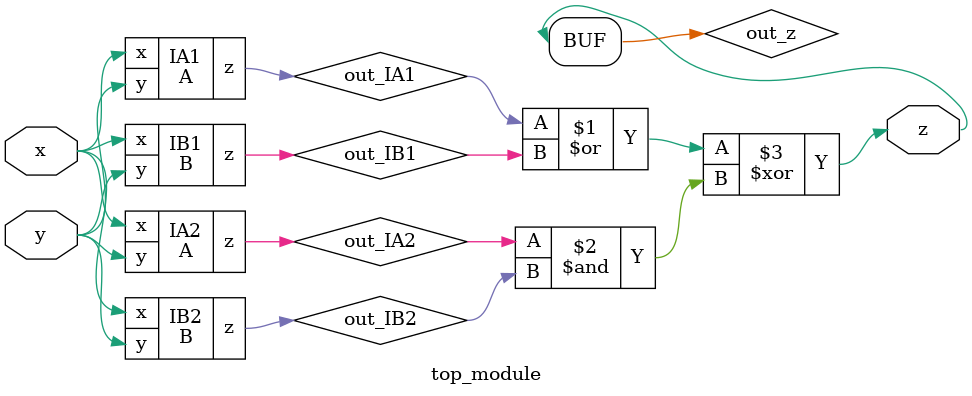
<source format=v>
module A (
    input  x,
    input  y,
    output z
);
  assign z = (x ^ y) & x;

endmodule

module B(
    input  x,
    input  y,
    output z
);
  assign z = ~(x ^ y);
endmodule

// Combine circuit A and B
module top_module (
    input  x,
    input  y,
    output z
);
  reg out_IA1;
  reg out_IB1;
  reg out_IA2;
  reg out_IB2;

  reg out_z;
  A IA1 (
      .x(x),
      .y(y),
      .z(out_IA1)
  );
  A IA2 (
      .x(x),
      .y(y),
      .z(out_IA2)
  );
  B IB2 (
      .x(x),
      .y(y),
      .z(out_IB2)
  );

  B IB1 (
      .x(x),
      .y(y),
      .z(out_IB1)
  );

  assign out_z = (out_IA1 | out_IB1) ^ (out_IA2 & out_IB2);

  assign z = out_z;
endmodule

</source>
